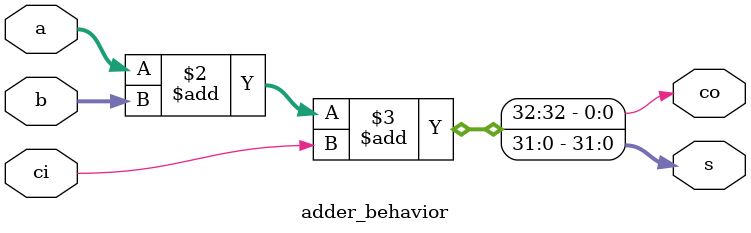
<source format=v>
module adder_behavior(s,co,a,b,ci);
parameter width=32;
input [width-1:0]a,b;
input ci;
output reg [width-1:0]s;
output reg co;

always@(*)
	begin
	{co,s}<=a+b+ci;
	end

	
endmodule

	
</source>
